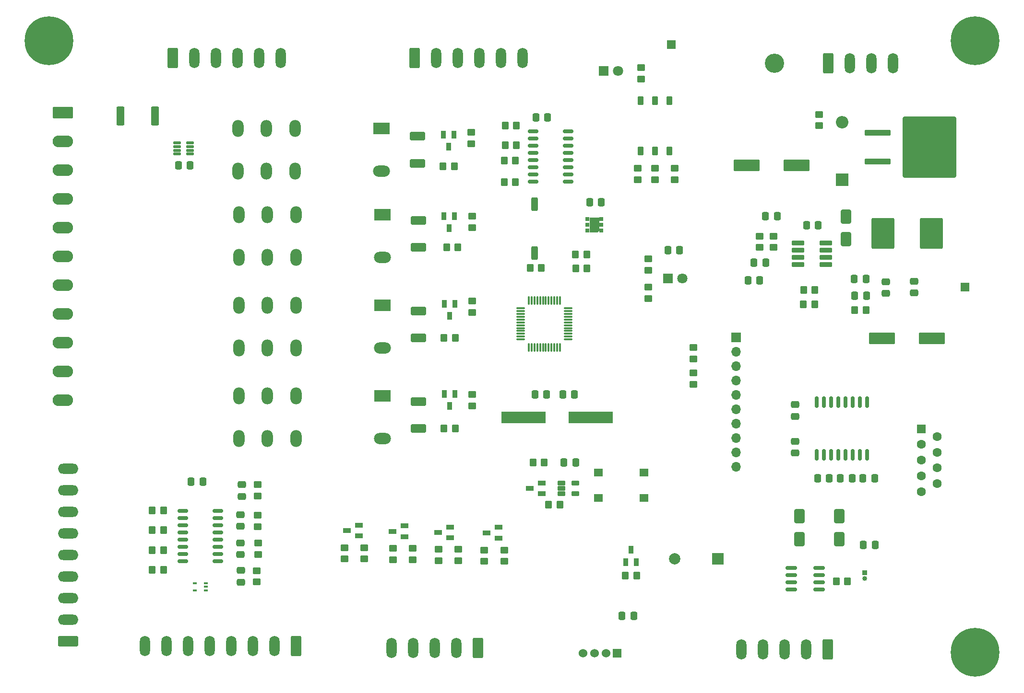
<source format=gts>
G04 #@! TF.GenerationSoftware,KiCad,Pcbnew,9.0.1*
G04 #@! TF.CreationDate,2025-05-27T11:42:45+02:00*
G04 #@! TF.ProjectId,BANC_TEST_418,42414e43-5f54-4455-9354-5f3431382e6b,rev?*
G04 #@! TF.SameCoordinates,Original*
G04 #@! TF.FileFunction,Soldermask,Top*
G04 #@! TF.FilePolarity,Negative*
%FSLAX46Y46*%
G04 Gerber Fmt 4.6, Leading zero omitted, Abs format (unit mm)*
G04 Created by KiCad (PCBNEW 9.0.1) date 2025-05-27 11:42:45*
%MOMM*%
%LPD*%
G01*
G04 APERTURE LIST*
G04 Aperture macros list*
%AMRoundRect*
0 Rectangle with rounded corners*
0 $1 Rounding radius*
0 $2 $3 $4 $5 $6 $7 $8 $9 X,Y pos of 4 corners*
0 Add a 4 corners polygon primitive as box body*
4,1,4,$2,$3,$4,$5,$6,$7,$8,$9,$2,$3,0*
0 Add four circle primitives for the rounded corners*
1,1,$1+$1,$2,$3*
1,1,$1+$1,$4,$5*
1,1,$1+$1,$6,$7*
1,1,$1+$1,$8,$9*
0 Add four rect primitives between the rounded corners*
20,1,$1+$1,$2,$3,$4,$5,0*
20,1,$1+$1,$4,$5,$6,$7,0*
20,1,$1+$1,$6,$7,$8,$9,0*
20,1,$1+$1,$8,$9,$2,$3,0*%
%AMFreePoly0*
4,1,19,0.809954,1.482520,0.847008,1.431520,0.852000,1.400000,0.852000,-1.000000,0.832520,-1.059954,0.781520,-1.097008,0.750000,-1.102000,-0.750000,-1.102000,-0.809954,-1.082520,-0.847008,-1.031520,-0.852000,-1.000000,-0.852000,1.150000,-0.832520,1.209954,-0.822125,1.222125,-0.572125,1.472125,-0.515956,1.500744,-0.500000,1.502000,0.750000,1.502000,0.809954,1.482520,0.809954,1.482520,
$1*%
G04 Aperture macros list end*
%ADD10RoundRect,0.250000X-0.337500X-0.475000X0.337500X-0.475000X0.337500X0.475000X-0.337500X0.475000X0*%
%ADD11RoundRect,0.250000X-0.450000X0.350000X-0.450000X-0.350000X0.450000X-0.350000X0.450000X0.350000X0*%
%ADD12RoundRect,0.250000X-0.300000X0.500000X-0.300000X-0.500000X0.300000X-0.500000X0.300000X0.500000X0*%
%ADD13RoundRect,0.250000X1.550000X-0.650000X1.550000X0.650000X-1.550000X0.650000X-1.550000X-0.650000X0*%
%ADD14O,3.600000X1.800000*%
%ADD15R,1.800000X1.800000*%
%ADD16C,1.800000*%
%ADD17RoundRect,0.250000X0.350000X0.450000X-0.350000X0.450000X-0.350000X-0.450000X0.350000X-0.450000X0*%
%ADD18RoundRect,0.100000X0.225000X0.100000X-0.225000X0.100000X-0.225000X-0.100000X0.225000X-0.100000X0*%
%ADD19RoundRect,0.198500X-0.508500X-0.198500X0.508500X-0.198500X0.508500X0.198500X-0.508500X0.198500X0*%
%ADD20RoundRect,0.100500X0.616500X0.301500X-0.616500X0.301500X-0.616500X-0.301500X0.616500X-0.301500X0*%
%ADD21RoundRect,0.250000X-0.350000X-0.450000X0.350000X-0.450000X0.350000X0.450000X-0.350000X0.450000X0*%
%ADD22R,1.500000X1.500000*%
%ADD23R,1.600000X1.600000*%
%ADD24C,1.600000*%
%ADD25RoundRect,0.100500X-0.986500X-0.301500X0.986500X-0.301500X0.986500X0.301500X-0.986500X0.301500X0*%
%ADD26RoundRect,0.250000X0.310000X-0.970000X0.310000X0.970000X-0.310000X0.970000X-0.310000X-0.970000X0*%
%ADD27RoundRect,0.250000X0.475000X-0.337500X0.475000X0.337500X-0.475000X0.337500X-0.475000X-0.337500X0*%
%ADD28RoundRect,0.250000X0.650000X-1.000000X0.650000X1.000000X-0.650000X1.000000X-0.650000X-1.000000X0*%
%ADD29RoundRect,0.250000X0.450000X-0.350000X0.450000X0.350000X-0.450000X0.350000X-0.450000X-0.350000X0*%
%ADD30RoundRect,0.250000X-2.050000X-0.300000X2.050000X-0.300000X2.050000X0.300000X-2.050000X0.300000X0*%
%ADD31RoundRect,0.250002X-4.449998X-5.149998X4.449998X-5.149998X4.449998X5.149998X-4.449998X5.149998X0*%
%ADD32RoundRect,0.250000X-0.650000X-1.550000X0.650000X-1.550000X0.650000X1.550000X-0.650000X1.550000X0*%
%ADD33O,1.800000X3.600000*%
%ADD34RoundRect,0.250000X0.337500X0.475000X-0.337500X0.475000X-0.337500X-0.475000X0.337500X-0.475000X0*%
%ADD35RoundRect,0.249999X-0.450001X-1.425001X0.450001X-1.425001X0.450001X1.425001X-0.450001X1.425001X0*%
%ADD36O,2.000000X3.000000*%
%ADD37R,3.000000X2.000000*%
%ADD38O,3.000000X2.000000*%
%ADD39RoundRect,0.100500X-0.301500X0.616500X-0.301500X-0.616500X0.301500X-0.616500X0.301500X0.616500X0*%
%ADD40RoundRect,0.162500X-0.750000X-0.162500X0.750000X-0.162500X0.750000X0.162500X-0.750000X0.162500X0*%
%ADD41RoundRect,0.125000X-0.537500X-0.125000X0.537500X-0.125000X0.537500X0.125000X-0.537500X0.125000X0*%
%ADD42RoundRect,0.250000X-0.475000X0.337500X-0.475000X-0.337500X0.475000X-0.337500X0.475000X0.337500X0*%
%ADD43RoundRect,0.150000X-0.825000X-0.150000X0.825000X-0.150000X0.825000X0.150000X-0.825000X0.150000X0*%
%ADD44RoundRect,0.249999X-1.550001X0.790001X-1.550001X-0.790001X1.550001X-0.790001X1.550001X0.790001X0*%
%ADD45O,3.600000X2.080000*%
%ADD46R,1.600000X1.400000*%
%ADD47RoundRect,0.250000X-1.100000X0.500000X-1.100000X-0.500000X1.100000X-0.500000X1.100000X0.500000X0*%
%ADD48RoundRect,0.250000X0.650000X1.550000X-0.650000X1.550000X-0.650000X-1.550000X0.650000X-1.550000X0*%
%ADD49R,7.875000X2.000000*%
%ADD50RoundRect,0.250000X1.750000X2.500000X-1.750000X2.500000X-1.750000X-2.500000X1.750000X-2.500000X0*%
%ADD51C,8.600000*%
%ADD52R,1.524000X1.524000*%
%ADD53C,1.524000*%
%ADD54C,3.400000*%
%ADD55RoundRect,0.100500X0.301500X-0.616500X0.301500X0.616500X-0.301500X0.616500X-0.301500X-0.616500X0*%
%ADD56RoundRect,0.075000X-0.662500X-0.075000X0.662500X-0.075000X0.662500X0.075000X-0.662500X0.075000X0*%
%ADD57RoundRect,0.075000X-0.075000X-0.662500X0.075000X-0.662500X0.075000X0.662500X-0.075000X0.662500X0*%
%ADD58R,2.200000X2.200000*%
%ADD59O,2.200000X2.200000*%
%ADD60RoundRect,0.250001X-2.049999X-0.799999X2.049999X-0.799999X2.049999X0.799999X-2.049999X0.799999X0*%
%ADD61R,1.700000X1.700000*%
%ADD62O,1.700000X1.700000*%
%ADD63RoundRect,0.150000X0.150000X-0.875000X0.150000X0.875000X-0.150000X0.875000X-0.150000X-0.875000X0*%
%ADD64R,0.850000X0.850000*%
%ADD65O,0.850000X0.850000*%
%ADD66RoundRect,0.102000X0.250000X0.250000X-0.250000X0.250000X-0.250000X-0.250000X0.250000X-0.250000X0*%
%ADD67FreePoly0,180.000000*%
%ADD68R,2.000000X2.000000*%
%ADD69C,2.000000*%
G04 APERTURE END LIST*
D10*
X173012500Y-105850000D03*
X175087500Y-105850000D03*
X172787500Y-93850000D03*
X174862500Y-93850000D03*
D11*
X119050000Y-120100000D03*
X119050000Y-122100000D03*
D12*
X191590000Y-41900000D03*
X189050000Y-41900000D03*
X186510000Y-41900000D03*
X186510000Y-50800000D03*
X189050000Y-50800000D03*
X191590000Y-50800000D03*
D13*
X85550000Y-137400000D03*
D14*
X85550000Y-133590000D03*
X85550000Y-129780000D03*
X85550000Y-125970000D03*
X85550000Y-122160000D03*
X85550000Y-118350000D03*
X85550000Y-114540000D03*
X85550000Y-110730000D03*
X85550000Y-106920000D03*
D15*
X191350000Y-73350000D03*
D16*
X193890000Y-73350000D03*
D17*
X226300000Y-78900000D03*
X224300000Y-78900000D03*
D18*
X109800000Y-128450000D03*
X109800000Y-127800000D03*
X109800000Y-127150000D03*
X107900000Y-127150000D03*
X107900000Y-128450000D03*
D19*
X172540000Y-109450000D03*
X172540000Y-110400000D03*
X172540000Y-111350000D03*
X175050000Y-111350000D03*
X175050000Y-109450000D03*
D10*
X224225000Y-73400000D03*
X226300000Y-73400000D03*
D20*
X161460000Y-119200000D03*
X161460000Y-117300000D03*
X159340000Y-118250000D03*
D21*
X162637500Y-49795000D03*
X164637500Y-49795000D03*
D22*
X243800000Y-74850000D03*
D21*
X175025000Y-69075000D03*
X177025000Y-69075000D03*
D23*
X236024669Y-99890000D03*
D24*
X236024669Y-102660000D03*
X236024669Y-105430000D03*
X236024669Y-108200000D03*
X236024669Y-110970000D03*
X238864669Y-101275000D03*
X238864669Y-104045000D03*
X238864669Y-106815000D03*
X238864669Y-109585000D03*
D25*
X214300000Y-67090000D03*
X214300000Y-68360000D03*
X214300000Y-69630000D03*
X214300000Y-70900000D03*
X219240000Y-70900000D03*
X219240000Y-69630000D03*
X219240000Y-68360000D03*
X219240000Y-67090000D03*
D11*
X189050000Y-53850000D03*
X189050000Y-55850000D03*
D17*
X217250000Y-77875000D03*
X215250000Y-77875000D03*
D26*
X167800000Y-68855000D03*
X167800000Y-60245000D03*
D21*
X100350000Y-124800000D03*
X102350000Y-124800000D03*
D10*
X225750000Y-108615000D03*
X227825000Y-108615000D03*
D27*
X213825000Y-104190000D03*
X213825000Y-102115000D03*
D28*
X214550000Y-119350000D03*
X214550000Y-115350000D03*
D29*
X156810000Y-95850000D03*
X156810000Y-93850000D03*
D30*
X228325000Y-47585000D03*
D31*
X237475000Y-50125000D03*
D30*
X228325000Y-52665000D03*
D27*
X213825000Y-97690000D03*
X213825000Y-95615000D03*
D11*
X156660000Y-47500000D03*
X156660000Y-49500000D03*
D20*
X144860000Y-118950000D03*
X144860000Y-117050000D03*
X142740000Y-118000000D03*
D21*
X100350000Y-117800000D03*
X102350000Y-117800000D03*
D32*
X104000000Y-34350000D03*
D33*
X107810000Y-34350000D03*
X111620000Y-34350000D03*
X115430000Y-34350000D03*
X119240000Y-34350000D03*
X123050000Y-34350000D03*
D34*
X169937500Y-93850000D03*
X167862500Y-93850000D03*
D29*
X150850000Y-123200000D03*
X150850000Y-121200000D03*
D35*
X94775000Y-44600000D03*
X100875000Y-44600000D03*
D34*
X227912500Y-120400000D03*
X225837500Y-120400000D03*
D17*
X223050000Y-126850000D03*
X221050000Y-126850000D03*
D11*
X156810000Y-77350000D03*
X156810000Y-79350000D03*
X118925000Y-115150000D03*
X118925000Y-117150000D03*
D27*
X115925000Y-122125000D03*
X115925000Y-120050000D03*
D36*
X120510000Y-54350000D03*
X120510000Y-46850000D03*
X125550000Y-54350000D03*
X125550000Y-46850000D03*
X115470000Y-54350000D03*
X115470000Y-46850000D03*
D37*
X140810000Y-46850000D03*
D38*
X140810000Y-54350000D03*
D10*
X104975000Y-53350000D03*
X107050000Y-53350000D03*
D39*
X153610000Y-47940000D03*
X151710000Y-47940000D03*
X152660000Y-50060000D03*
D36*
X120660000Y-101600000D03*
X120660000Y-94100000D03*
X125700000Y-101600000D03*
X125700000Y-94100000D03*
X115620000Y-101600000D03*
X115620000Y-94100000D03*
D37*
X140960000Y-94100000D03*
D38*
X140960000Y-101600000D03*
D29*
X146300000Y-123000000D03*
X146300000Y-121000000D03*
D40*
X105762500Y-114355000D03*
X105762500Y-115625000D03*
X105762500Y-116895000D03*
X105762500Y-118165000D03*
X105762500Y-119435000D03*
X105762500Y-120705000D03*
X105762500Y-121975000D03*
X105762500Y-123245000D03*
X111937500Y-123245000D03*
X111937500Y-121975000D03*
X111937500Y-120705000D03*
X111937500Y-119435000D03*
X111937500Y-118165000D03*
X111937500Y-116895000D03*
X111937500Y-115625000D03*
X111937500Y-114355000D03*
D21*
X100350000Y-121300000D03*
X102350000Y-121300000D03*
D29*
X142800000Y-123000000D03*
X142800000Y-121000000D03*
D41*
X104775000Y-49400000D03*
X104775000Y-50050000D03*
X104775000Y-50700000D03*
X104775000Y-51350000D03*
X107050000Y-51350000D03*
X107050000Y-50700000D03*
X107050000Y-50050000D03*
X107050000Y-49400000D03*
D29*
X195825000Y-92050000D03*
X195825000Y-90050000D03*
D42*
X229800000Y-73900000D03*
X229800000Y-75975000D03*
D21*
X162457500Y-56295000D03*
X164457500Y-56295000D03*
D43*
X213075000Y-124445000D03*
X213075000Y-125715000D03*
X213075000Y-126985000D03*
X213075000Y-128255000D03*
X218025000Y-128255000D03*
X218025000Y-126985000D03*
X218025000Y-125715000D03*
X218025000Y-124445000D03*
D44*
X84550000Y-44030000D03*
D45*
X84550000Y-49110000D03*
X84550000Y-54190000D03*
X84550000Y-59270000D03*
X84550000Y-64350000D03*
X84550000Y-69430000D03*
X84550000Y-74510000D03*
X84550000Y-79590000D03*
X84550000Y-84670000D03*
X84550000Y-89750000D03*
X84550000Y-94830000D03*
D21*
X152310000Y-67850000D03*
X154310000Y-67850000D03*
D46*
X179087500Y-107600000D03*
X187087500Y-107600000D03*
X179087500Y-112100000D03*
X187087500Y-112100000D03*
D10*
X177550000Y-59850000D03*
X179625000Y-59850000D03*
D47*
X147310000Y-79050000D03*
X147310000Y-83850000D03*
D10*
X107225000Y-109235000D03*
X109300000Y-109235000D03*
D34*
X185337500Y-132950000D03*
X183262500Y-132950000D03*
D32*
X146690000Y-34350000D03*
D33*
X150500000Y-34350000D03*
X154310000Y-34350000D03*
X158120000Y-34350000D03*
X161930000Y-34350000D03*
X165740000Y-34350000D03*
D27*
X116150000Y-111825000D03*
X116150000Y-109750000D03*
D21*
X162457500Y-52485000D03*
X164457500Y-52485000D03*
D17*
X169550000Y-105850000D03*
X167550000Y-105850000D03*
D29*
X118925000Y-111775000D03*
X118925000Y-109775000D03*
D48*
X125745000Y-138250000D03*
D33*
X121935000Y-138250000D03*
X118125000Y-138250000D03*
X114315000Y-138250000D03*
X110505000Y-138250000D03*
X106695000Y-138250000D03*
X102885000Y-138250000D03*
X99075000Y-138250000D03*
D39*
X153710000Y-62350000D03*
X151810000Y-62350000D03*
X152760000Y-64470000D03*
D10*
X221750000Y-108615000D03*
X223825000Y-108615000D03*
D11*
X134275000Y-120875000D03*
X134275000Y-122875000D03*
D49*
X165862500Y-97850000D03*
X177737500Y-97850000D03*
D11*
X187890000Y-69850000D03*
X187890000Y-71850000D03*
D50*
X237800000Y-65400000D03*
X229300000Y-65400000D03*
D21*
X151810000Y-99850000D03*
X153810000Y-99850000D03*
X167030000Y-71500000D03*
X169030000Y-71500000D03*
D42*
X234800000Y-73825000D03*
X234800000Y-75900000D03*
D51*
X245550000Y-139350000D03*
D47*
X147310000Y-63050000D03*
X147310000Y-67850000D03*
D32*
X219620000Y-35350000D03*
D33*
X223430000Y-35350000D03*
X227240000Y-35350000D03*
X231050000Y-35350000D03*
D21*
X100350000Y-114300000D03*
X102350000Y-114300000D03*
D51*
X82100000Y-31330000D03*
D22*
X191950000Y-32000000D03*
D47*
X147310000Y-95050000D03*
X147310000Y-99850000D03*
D29*
X156810000Y-64350000D03*
X156810000Y-62350000D03*
D27*
X115900000Y-117125000D03*
X115900000Y-115050000D03*
D28*
X222800000Y-66400000D03*
X222800000Y-62400000D03*
D17*
X172300000Y-113250000D03*
X170300000Y-113250000D03*
D20*
X152910000Y-119150000D03*
X152910000Y-117250000D03*
X150790000Y-118200000D03*
D40*
X167550000Y-47350000D03*
X167550000Y-48620000D03*
X167550000Y-49890000D03*
X167550000Y-51160000D03*
X167550000Y-52430000D03*
X167550000Y-53700000D03*
X167550000Y-54970000D03*
X167550000Y-56240000D03*
X173725000Y-56240000D03*
X173725000Y-54970000D03*
X173725000Y-53700000D03*
X173725000Y-52430000D03*
X173725000Y-51160000D03*
X173725000Y-49890000D03*
X173725000Y-48620000D03*
X173725000Y-47350000D03*
D29*
X218050000Y-46350000D03*
X218050000Y-44350000D03*
D52*
X182400000Y-139575000D03*
D53*
X180400000Y-139575000D03*
X178400000Y-139575000D03*
X176400000Y-139575000D03*
D48*
X219550000Y-138850000D03*
D33*
X215740000Y-138850000D03*
X211930000Y-138850000D03*
X208120000Y-138850000D03*
X204310000Y-138850000D03*
D10*
X168050000Y-44850000D03*
X170125000Y-44850000D03*
D11*
X207550000Y-65850000D03*
X207550000Y-67850000D03*
D39*
X153760000Y-77790000D03*
X151860000Y-77790000D03*
X152810000Y-79910000D03*
D34*
X208587500Y-70550000D03*
X206512500Y-70550000D03*
D54*
X210150000Y-35350000D03*
D21*
X175075000Y-71550000D03*
X177075000Y-71550000D03*
D55*
X183900000Y-123410000D03*
X185800000Y-123410000D03*
X184850000Y-121290000D03*
D11*
X118800000Y-124950000D03*
X118800000Y-126950000D03*
D20*
X169050000Y-111350000D03*
X169050000Y-109450000D03*
X166930000Y-110400000D03*
D51*
X245550000Y-31330000D03*
D11*
X186050000Y-53850000D03*
X186050000Y-55850000D03*
D10*
X208550000Y-62350000D03*
X210625000Y-62350000D03*
D11*
X192550000Y-53850000D03*
X192550000Y-55850000D03*
D10*
X217750000Y-108615000D03*
X219825000Y-108615000D03*
D56*
X165387500Y-78600000D03*
X165387500Y-79100000D03*
X165387500Y-79600000D03*
X165387500Y-80100000D03*
X165387500Y-80600000D03*
X165387500Y-81100000D03*
X165387500Y-81600000D03*
X165387500Y-82100000D03*
X165387500Y-82600000D03*
X165387500Y-83100000D03*
X165387500Y-83600000D03*
X165387500Y-84100000D03*
D57*
X166800000Y-85512500D03*
X167300000Y-85512500D03*
X167800000Y-85512500D03*
X168300000Y-85512500D03*
X168800000Y-85512500D03*
X169300000Y-85512500D03*
X169800000Y-85512500D03*
X170300000Y-85512500D03*
X170800000Y-85512500D03*
X171300000Y-85512500D03*
X171800000Y-85512500D03*
X172300000Y-85512500D03*
D56*
X173712500Y-84100000D03*
X173712500Y-83600000D03*
X173712500Y-83100000D03*
X173712500Y-82600000D03*
X173712500Y-82100000D03*
X173712500Y-81600000D03*
X173712500Y-81100000D03*
X173712500Y-80600000D03*
X173712500Y-80100000D03*
X173712500Y-79600000D03*
X173712500Y-79100000D03*
X173712500Y-78600000D03*
D57*
X172300000Y-77187500D03*
X171800000Y-77187500D03*
X171300000Y-77187500D03*
X170800000Y-77187500D03*
X170300000Y-77187500D03*
X169800000Y-77187500D03*
X169300000Y-77187500D03*
X168800000Y-77187500D03*
X168300000Y-77187500D03*
X167800000Y-77187500D03*
X167300000Y-77187500D03*
X166800000Y-77187500D03*
D58*
X222050000Y-55930000D03*
D59*
X222050000Y-45770000D03*
D29*
X195800000Y-87550000D03*
X195800000Y-85550000D03*
X154350000Y-123200000D03*
X154350000Y-121200000D03*
D60*
X229150000Y-83900000D03*
X237950000Y-83900000D03*
D61*
X203400000Y-83745000D03*
D62*
X203400000Y-86285000D03*
X203400000Y-88825000D03*
X203400000Y-91365000D03*
X203400000Y-93905000D03*
X203400000Y-96445000D03*
X203400000Y-98985000D03*
X203400000Y-101525000D03*
X203400000Y-104065000D03*
X203400000Y-106605000D03*
D29*
X162460000Y-123300000D03*
X162460000Y-121300000D03*
D10*
X215800000Y-63900000D03*
X217875000Y-63900000D03*
D11*
X158960000Y-121300000D03*
X158960000Y-123300000D03*
D29*
X186650000Y-38100000D03*
X186650000Y-36100000D03*
D10*
X191315000Y-68350000D03*
X193390000Y-68350000D03*
D21*
X162637500Y-46295000D03*
X164637500Y-46295000D03*
D17*
X185850000Y-125850000D03*
X183850000Y-125850000D03*
D20*
X136835000Y-118825000D03*
X136835000Y-116925000D03*
X134715000Y-117875000D03*
D39*
X153760000Y-93730000D03*
X151860000Y-93730000D03*
X152810000Y-95850000D03*
D21*
X151660000Y-53500000D03*
X153660000Y-53500000D03*
D36*
X120660000Y-85600000D03*
X120660000Y-78100000D03*
X125700000Y-85600000D03*
X125700000Y-78100000D03*
X115620000Y-85600000D03*
X115620000Y-78100000D03*
D37*
X140960000Y-78100000D03*
D38*
X140960000Y-85600000D03*
D29*
X209950000Y-67850000D03*
X209950000Y-65850000D03*
D21*
X151810000Y-83850000D03*
X153810000Y-83850000D03*
D15*
X180000000Y-36700000D03*
D16*
X182540000Y-36700000D03*
D60*
X205250000Y-53350000D03*
X214050000Y-53350000D03*
D42*
X115975000Y-124900000D03*
X115975000Y-126975000D03*
D36*
X120660000Y-69600000D03*
X120660000Y-62100000D03*
X125700000Y-69600000D03*
X125700000Y-62100000D03*
X115620000Y-69600000D03*
X115620000Y-62100000D03*
D37*
X140960000Y-62100000D03*
D38*
X140960000Y-69600000D03*
D47*
X147160000Y-48200000D03*
X147160000Y-53000000D03*
D11*
X187890000Y-74850000D03*
X187890000Y-76850000D03*
D48*
X157860000Y-138600000D03*
D33*
X154050000Y-138600000D03*
X150240000Y-138600000D03*
X146430000Y-138600000D03*
X142620000Y-138600000D03*
D28*
X221550000Y-119350000D03*
X221550000Y-115350000D03*
D63*
X217605000Y-104500000D03*
X218875000Y-104500000D03*
X220145000Y-104500000D03*
X221415000Y-104500000D03*
X222685000Y-104500000D03*
X223955000Y-104500000D03*
X225225000Y-104500000D03*
X226495000Y-104500000D03*
X226495000Y-95200000D03*
X225225000Y-95200000D03*
X223955000Y-95200000D03*
X222685000Y-95200000D03*
X221415000Y-95200000D03*
X220145000Y-95200000D03*
X218875000Y-95200000D03*
X217605000Y-95200000D03*
D64*
X226050000Y-125350000D03*
D65*
X226050000Y-126350000D03*
D10*
X205475000Y-73650000D03*
X207550000Y-73650000D03*
D29*
X137775000Y-122875000D03*
X137775000Y-120875000D03*
D66*
X179625000Y-64850000D03*
X179625000Y-63850000D03*
X179625000Y-62850000D03*
X177125000Y-62850000D03*
X177125000Y-63850000D03*
X177125000Y-64850000D03*
D67*
X178375000Y-63650000D03*
D21*
X215300000Y-75400000D03*
X217300000Y-75400000D03*
D68*
X200150000Y-122850000D03*
D69*
X192550000Y-122850000D03*
D10*
X224300000Y-76400000D03*
X226375000Y-76400000D03*
M02*

</source>
